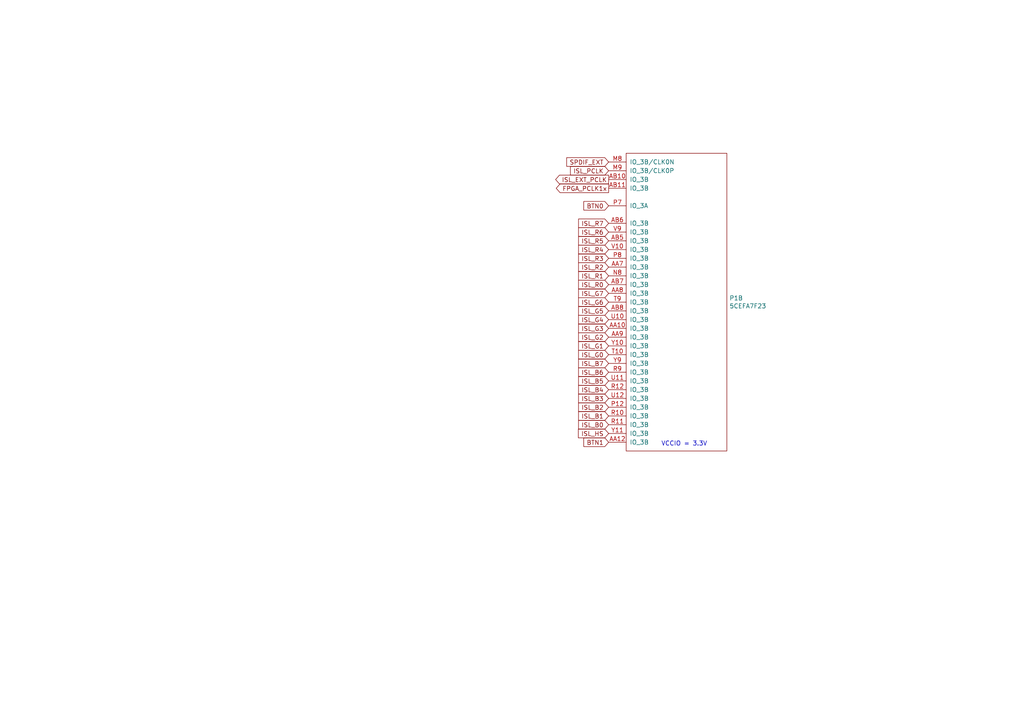
<source format=kicad_sch>
(kicad_sch (version 20211123) (generator eeschema)
  (paper "A4")
  (title_block (title "OSSC Pro") (date "2021-06-03") (rev "1.4"))
  (lib_symbols
    (symbol "custom_components:5CEFA5F23" (pin_names (offset 1.016))
      (property "Reference" "P" (at 0 66.04 0))
      (property "Value" "5CEFA5F23" (at 0 0 0))
      (symbol "5CEFA5F23_1_1"
        (rectangle (start -25.4 64.77) (end 25.4 -60.96))
        (pin power_in line (at 30.48 52.07 180) (length 5.08) (name "VCCIO7A") (number "A16"))
        (pin power_in line (at -30.48 -16.51 0) (length 5.08) (name "VCCBAT") (number "A3"))
        (pin power_in line (at 30.48 54.61 180) (length 5.08) (name "VCCIO8A") (number "A6"))
        (pin power_in line (at 30.48 8.89 180) (length 5.08) (name "VCCIO4A") (number "AA16"))
        (pin power_in line (at 30.48 6.35 180) (length 5.08) (name "VCCIO4A") (number "AA21"))
        (pin power_in line (at 30.48 29.21 180) (length 5.08) (name "VCCIO7A") (number "B19"))
        (pin power_in line (at -30.48 -57.15 0) (length 5.08) (name "VCCPD7A8A") (number "C10"))
        (pin power_in line (at 30.48 49.53 180) (length 5.08) (name "VCCIO7A") (number "C12"))
        (pin power_in line (at 30.48 46.99 180) (length 5.08) (name "VCCIO7A") (number "C22"))
        (pin power_in line (at 30.48 62.23 180) (length 5.08) (name "VCCIO8A") (number "C7"))
        (pin power_in line (at 30.48 -24.13 180) (length 5.08) (name "VCC_AUX") (number "D11"))
        (pin power_in line (at -30.48 -52.07 0) (length 5.08) (name "VCCPD7A8A") (number "D14"))
        (pin power_in line (at 30.48 44.45 180) (length 5.08) (name "VCCIO7A") (number "D15"))
        (pin power_in line (at -30.48 -49.53 0) (length 5.08) (name "VCCPD7A8A") (number "D16"))
        (pin power_in line (at 30.48 -34.29 180) (length 5.08) (name "VCC_AUX") (number "D18"))
        (pin power_in line (at -30.48 -54.61 0) (length 5.08) (name "VCCPD7A8A") (number "D8"))
        (pin power_in line (at -30.48 -46.99 0) (length 5.08) (name "VCCPD7A8A") (number "E11"))
        (pin power_in line (at 30.48 41.91 180) (length 5.08) (name "VCCIO7A") (number "E18"))
        (pin power_in line (at 30.48 -36.83 180) (length 5.08) (name "VCC_AUX") (number "E6"))
        (pin power_in line (at 30.48 59.69 180) (length 5.08) (name "VCCIO8A") (number "E8"))
        (pin power_in line (at 30.48 39.37 180) (length 5.08) (name "VCCIO7A") (number "F11"))
        (pin power_in line (at 30.48 36.83 180) (length 5.08) (name "VCCIO7A") (number "F21"))
        (pin power_in line (at 30.48 -52.07 180) (length 5.08) (name "VCCA_FPLL") (number "F4"))
        (pin power_in line (at -30.48 -11.43 0) (length 5.08) (name "VCCPGM") (number "F8"))
        (pin power_in line (at 30.48 34.29 180) (length 5.08) (name "VCCIO7A") (number "G14"))
        (pin power_in line (at 30.48 57.15 180) (length 5.08) (name "VCCIO8A") (number "G7"))
        (pin power_in line (at 30.48 31.75 180) (length 5.08) (name "VCCIO7A") (number "H17"))
        (pin power_in line (at 30.48 -46.99 180) (length 5.08) (name "VCCA_FPLL") (number "H19"))
        (pin power_in line (at -30.48 13.97 0) (length 5.08) (name "VCC") (number "J10"))
        (pin power_in line (at -30.48 16.51 0) (length 5.08) (name "VCC") (number "J12"))
        (pin power_in line (at -30.48 19.05 0) (length 5.08) (name "VCC") (number "J14"))
        (pin power_in line (at -30.48 21.59 0) (length 5.08) (name "VCC") (number "J16"))
        (pin power_in line (at -30.48 -1.27 0) (length 5.08) (name "VCC") (number "J4"))
        (pin power_in line (at -30.48 24.13 0) (length 5.08) (name "VCC") (number "K11"))
        (pin power_in line (at -30.48 26.67 0) (length 5.08) (name "VCC") (number "K13"))
        (pin power_in line (at -30.48 29.21 0) (length 5.08) (name "VCC") (number "K15"))
        (pin power_in line (at 30.48 26.67 180) (length 5.08) (name "VCCIO5B") (number "K18"))
        (pin power_in line (at -30.48 8.89 0) (length 5.08) (name "VCC") (number "K3"))
        (pin power_in line (at -30.48 1.27 0) (length 5.08) (name "VCC") (number "K5"))
        (pin power_in line (at -30.48 31.75 0) (length 5.08) (name "VCC") (number "L10"))
        (pin power_in line (at -30.48 34.29 0) (length 5.08) (name "VCC") (number "L12"))
        (pin power_in line (at -30.48 36.83 0) (length 5.08) (name "VCC") (number "L14"))
        (pin power_in line (at -30.48 39.37 0) (length 5.08) (name "VCC") (number "L16"))
        (pin power_in line (at -30.48 6.35 0) (length 5.08) (name "VCC") (number "L4"))
        (pin power_in line (at -30.48 41.91 0) (length 5.08) (name "VCC") (number "M11"))
        (pin power_in line (at -30.48 44.45 0) (length 5.08) (name "VCC") (number "M13"))
        (pin power_in line (at -30.48 46.99 0) (length 5.08) (name "VCC") (number "M15"))
        (pin power_in line (at -30.48 -44.45 0) (length 5.08) (name "VCCPD5B") (number "M17"))
        (pin power_in line (at 30.48 24.13 180) (length 5.08) (name "VCCIO5B") (number "M19"))
        (pin power_in line (at 30.48 -44.45 180) (length 5.08) (name "VCCA_FPLL") (number "M3"))
        (pin power_in line (at -30.48 49.53 0) (length 5.08) (name "VCC") (number "N10"))
        (pin power_in line (at -30.48 52.07 0) (length 5.08) (name "VCC") (number "N12"))
        (pin power_in line (at -30.48 54.61 0) (length 5.08) (name "VCC") (number "N14"))
        (pin power_in line (at -30.48 -41.91 0) (length 5.08) (name "VCCPD5B") (number "N18"))
        (pin power_in line (at -30.48 3.81 0) (length 5.08) (name "VCC") (number "N4"))
        (pin power_in line (at -30.48 57.15 0) (length 5.08) (name "VCC") (number "P11"))
        (pin power_in line (at -30.48 59.69 0) (length 5.08) (name "VCC") (number "P13"))
        (pin power_in line (at -30.48 62.23 0) (length 5.08) (name "VCC") (number "P15"))
        (pin power_in line (at 30.48 21.59 180) (length 5.08) (name "VCCIO5A") (number "P20"))
        (pin power_in line (at -30.48 -39.37 0) (length 5.08) (name "VCCPD5A") (number "P21"))
        (pin power_in line (at -30.48 11.43 0) (length 5.08) (name "VCC") (number "P3"))
        (pin power_in line (at 30.48 19.05 180) (length 5.08) (name "VCCIO5A") (number "R18"))
        (pin power_in line (at -30.48 -8.89 0) (length 5.08) (name "VCCPGM") (number "R19"))
        (pin power_in line (at 30.48 1.27 180) (length 5.08) (name "VCCIO3B") (number "R8"))
        (pin power_in line (at 30.48 -1.27 180) (length 5.08) (name "VCCIO3B") (number "T11"))
        (pin power_in line (at 30.48 -41.91 180) (length 5.08) (name "VCCA_FPLL") (number "T3"))
        (pin power_in line (at 30.48 -54.61 180) (length 5.08) (name "VCCA_FPLL") (number "T5"))
        (pin power_in line (at 30.48 -11.43 180) (length 5.08) (name "VCCIO3A") (number "T6"))
        (pin power_in line (at 30.48 16.51 180) (length 5.08) (name "VCCIO4A") (number "U14"))
        (pin power_in line (at 30.48 -49.53 180) (length 5.08) (name "VCCA_FPLL") (number "U18"))
        (pin power_in line (at 30.48 3.81 180) (length 5.08) (name "VCCIO4A") (number "U19"))
        (pin power_in line (at -30.48 -6.35 0) (length 5.08) (name "VCCPGM") (number "V8"))
        (pin power_in line (at 30.48 -3.81 180) (length 5.08) (name "VCCIO3B") (number "W10"))
        (pin power_in line (at -30.48 -36.83 0) (length 5.08) (name "VCCPD3B4A") (number "W11"))
        (pin power_in line (at -30.48 -34.29 0) (length 5.08) (name "VCCPD3B4A") (number "W12"))
        (pin power_in line (at 30.48 -29.21 180) (length 5.08) (name "VCC_AUX") (number "W13"))
        (pin power_in line (at -30.48 -31.75 0) (length 5.08) (name "VCCPD3B4A") (number "W14"))
        (pin power_in line (at 30.48 13.97 180) (length 5.08) (name "VCCIO4A") (number "W15"))
        (pin power_in line (at -30.48 -29.21 0) (length 5.08) (name "VCCPD3B4A") (number "W17"))
        (pin power_in line (at 30.48 -31.75 180) (length 5.08) (name "VCC_AUX") (number "W18"))
        (pin power_in line (at 30.48 11.43 180) (length 5.08) (name "VCCIO4A") (number "W20"))
        (pin power_in line (at -30.48 -26.67 0) (length 5.08) (name "VCCPD3A") (number "W6"))
        (pin power_in line (at 30.48 -26.67 180) (length 5.08) (name "VCC_AUX") (number "W7"))
        (pin power_in line (at 30.48 -6.35 180) (length 5.08) (name "VCCIO3B") (number "Y13"))
        (pin power_in line (at 30.48 -8.89 180) (length 5.08) (name "VCCIO3A") (number "Y8"))
      )
      (symbol "5CEFA5F23_2_1"
        (rectangle (start -15.24 44.45) (end 13.97 -41.91))
        (pin tri_state line (at -20.32 -6.35 0) (length 5.08) (name "IO_3B") (number "AA10"))
        (pin tri_state line (at -20.32 -39.37 0) (length 5.08) (name "IO_3B") (number "AA12"))
        (pin tri_state line (at -20.32 11.43 0) (length 5.08) (name "IO_3B") (number "AA7"))
        (pin tri_state line (at -20.32 3.81 0) (length 5.08) (name "IO_3B") (number "AA8"))
        (pin tri_state line (at -20.32 -8.89 0) (length 5.08) (name "IO_3B") (number "AA9"))
        (pin tri_state line (at -20.32 36.83 0) (length 5.08) (name "IO_3B") (number "AB10"))
        (pin tri_state line (at -20.32 34.29 0) (length 5.08) (name "IO_3B") (number "AB11"))
        (pin tri_state line (at -20.32 19.05 0) (length 5.08) (name "IO_3B") (number "AB5"))
        (pin tri_state line (at -20.32 24.13 0) (length 5.08) (name "IO_3B") (number "AB6"))
        (pin tri_state line (at -20.32 6.35 0) (length 5.08) (name "IO_3B") (number "AB7"))
        (pin tri_state line (at -20.32 -1.27 0) (length 5.08) (name "IO_3B") (number "AB8"))
        (pin tri_state line (at -20.32 41.91 0) (length 5.08) (name "IO_3B/CLK0N") (number "M8"))
        (pin tri_state line (at -20.32 39.37 0) (length 5.08) (name "IO_3B/CLK0P") (number "M9"))
        (pin tri_state line (at -20.32 8.89 0) (length 5.08) (name "IO_3B") (number "N8"))
        (pin tri_state line (at -20.32 -29.21 0) (length 5.08) (name "IO_3B") (number "P12"))
        (pin tri_state line (at -20.32 29.21 0) (length 5.08) (name "IO_3A") (number "P7"))
        (pin tri_state line (at -20.32 13.97 0) (length 5.08) (name "IO_3B") (number "P8"))
        (pin tri_state line (at -20.32 -31.75 0) (length 5.08) (name "IO_3B") (number "R10"))
        (pin tri_state line (at -20.32 -34.29 0) (length 5.08) (name "IO_3B") (number "R11"))
        (pin tri_state line (at -20.32 -24.13 0) (length 5.08) (name "IO_3B") (number "R12"))
        (pin tri_state line (at -20.32 -19.05 0) (length 5.08) (name "IO_3B") (number "R9"))
        (pin tri_state line (at -20.32 -13.97 0) (length 5.08) (name "IO_3B") (number "T10"))
        (pin tri_state line (at -20.32 1.27 0) (length 5.08) (name "IO_3B") (number "T9"))
        (pin tri_state line (at -20.32 -3.81 0) (length 5.08) (name "IO_3B") (number "U10"))
        (pin tri_state line (at -20.32 -21.59 0) (length 5.08) (name "IO_3B") (number "U11"))
        (pin tri_state line (at -20.32 -26.67 0) (length 5.08) (name "IO_3B") (number "U12"))
        (pin tri_state line (at -20.32 16.51 0) (length 5.08) (name "IO_3B") (number "V10"))
        (pin tri_state line (at -20.32 21.59 0) (length 5.08) (name "IO_3B") (number "V9"))
        (pin tri_state line (at -20.32 -11.43 0) (length 5.08) (name "IO_3B") (number "Y10"))
        (pin tri_state line (at -20.32 -36.83 0) (length 5.08) (name "IO_3B") (number "Y11"))
        (pin tri_state line (at -20.32 -16.51 0) (length 5.08) (name "IO_3B") (number "Y9"))
      )
      (symbol "5CEFA5F23_3_1"
        (rectangle (start -13.97 57.15) (end 11.43 -54.61))
        (pin tri_state line (at -19.05 39.37 0) (length 5.08) (name "IO_4A") (number "AA13"))
        (pin tri_state line (at -19.05 44.45 0) (length 5.08) (name "IO_4A") (number "AA14"))
        (pin tri_state line (at -19.05 31.75 0) (length 5.08) (name "IO_4A") (number "AA15"))
        (pin tri_state line (at -19.05 8.89 0) (length 5.08) (name "IO_4A") (number "AA17"))
        (pin tri_state line (at -19.05 3.81 0) (length 5.08) (name "IO_4A") (number "AA18"))
        (pin tri_state line (at -19.05 1.27 0) (length 5.08) (name "IO_4A") (number "AA19"))
        (pin tri_state line (at -19.05 -3.81 0) (length 5.08) (name "IO_4A") (number "AA20"))
        (pin tri_state line (at -19.05 -11.43 0) (length 5.08) (name "IO_4A") (number "AA22"))
        (pin tri_state line (at -19.05 52.07 0) (length 5.08) (name "IO_4A") (number "AB12"))
        (pin tri_state line (at -19.05 36.83 0) (length 5.08) (name "IO_4A") (number "AB15"))
        (pin tri_state line (at -19.05 26.67 0) (length 5.08) (name "IO_4A") (number "AB17"))
        (pin tri_state line (at -19.05 24.13 0) (length 5.08) (name "IO_4A") (number "AB18"))
        (pin tri_state line (at -19.05 21.59 0) (length 5.08) (name "IO_4A") (number "AB20"))
        (pin tri_state line (at -19.05 16.51 0) (length 5.08) (name "IO_4A") (number "AB21"))
        (pin tri_state line (at -19.05 -8.89 0) (length 5.08) (name "IO_4A") (number "AB22"))
        (pin tri_state line (at -19.05 -24.13 0) (length 5.08) (name "IO_4A") (number "P14"))
        (pin tri_state line (at -19.05 -29.21 0) (length 5.08) (name "IO_4A") (number "R14"))
        (pin tri_state line (at -19.05 46.99 0) (length 5.08) (name "IO_4A") (number "T12"))
        (pin tri_state line (at -19.05 41.91 0) (length 5.08) (name "IO_4A") (number "T13"))
        (pin tri_state line (at -19.05 11.43 0) (length 5.08) (name "IO_4A") (number "T14"))
        (pin tri_state line (at -19.05 49.53 0) (length 5.08) (name "IO_4A") (number "U13"))
        (pin tri_state line (at -19.05 6.35 0) (length 5.08) (name "IO_4A") (number "U15"))
        (pin tri_state line (at -19.05 -44.45 0) (length 5.08) (name "IO_4A") (number "U16"))
        (pin tri_state line (at -19.05 -49.53 0) (length 5.08) (name "IO_4A") (number "U17"))
        (pin tri_state line (at -19.05 -52.07 0) (length 5.08) (name "IO_4A") (number "U20"))
        (pin tri_state line (at -19.05 -46.99 0) (length 5.08) (name "IO_4A") (number "U21"))
        (pin tri_state line (at -19.05 -34.29 0) (length 5.08) (name "IO_4A") (number "U22"))
        (pin tri_state line (at -19.05 54.61 0) (length 5.08) (name "IO_4A") (number "V13"))
        (pin tri_state line (at -19.05 -41.91 0) (length 5.08) (name "IO_4A") (number "V18"))
        (pin tri_state line (at -19.05 -36.83 0) (length 5.08) (name "IO_4A") (number "V19"))
        (pin tri_state line (at -19.05 -1.27 0) (length 5.08) (name "IO_4A") (number "V20"))
        (pin tri_state line (at -19.05 -39.37 0) (length 5.08) (name "IO_4A") (number "V21"))
        (pin tri_state line (at -19.05 -6.35 0) (length 5.08) (name "IO_4A") (number "W19"))
        (pin tri_state line (at -19.05 -31.75 0) (length 5.08) (name "IO_4A") (number "W21"))
        (pin tri_state line (at -19.05 -19.05 0) (length 5.08) (name "IO_4A") (number "W22"))
        (pin tri_state line (at -19.05 34.29 0) (length 5.08) (name "IO_4A") (number "Y14"))
        (pin tri_state line (at -19.05 29.21 0) (length 5.08) (name "IO_4A") (number "Y15"))
        (pin tri_state line (at -19.05 19.05 0) (length 5.08) (name "IO_4A") (number "Y16"))
        (pin tri_state line (at -19.05 13.97 0) (length 5.08) (name "IO_4A") (number "Y17"))
        (pin tri_state line (at -19.05 -21.59 0) (length 5.08) (name "IO_4A") (number "Y19"))
        (pin tri_state line (at -19.05 -16.51 0) (length 5.08) (name "IO_4A") (number "Y20"))
        (pin tri_state line (at -19.05 -26.67 0) (length 5.08) (name "IO_4A") (number "Y21"))
        (pin tri_state line (at -19.05 -13.97 0) (length 5.08) (name "IO_4A") (number "Y22"))
      )
      (symbol "5CEFA5F23_4_1"
        (rectangle (start -21.59 30.48) (end 22.86 -33.02))
        (pin tri_state line (at -26.67 -12.7 0) (length 5.08) (name "IO_5B") (number "K17"))
        (pin tri_state line (at -26.67 -25.4 0) (length 5.08) (name "IO_5B") (number "K21"))
        (pin tri_state line (at -26.67 -30.48 0) (length 5.08) (name "IO_5B") (number "K22"))
        (pin tri_state line (at -26.67 -17.78 0) (length 5.08) (name "IO_5B") (number "L17"))
        (pin tri_state line (at -26.67 -27.94 0) (length 5.08) (name "IO_5B") (number "L18"))
        (pin tri_state line (at -26.67 -22.86 0) (length 5.08) (name "IO_5B") (number "L19"))
        (pin tri_state line (at -26.67 25.4 0) (length 5.08) (name "IO_5B") (number "L22"))
        (pin tri_state line (at -26.67 -10.16 0) (length 5.08) (name "IO_5B") (number "M18"))
        (pin tri_state line (at -26.67 -15.24 0) (length 5.08) (name "IO_5B") (number "M20"))
        (pin tri_state line (at -26.67 -20.32 0) (length 5.08) (name "IO_5B") (number "M21"))
        (pin tri_state line (at -26.67 27.94 0) (length 5.08) (name "IO_5B") (number "M22"))
        (pin tri_state line (at -26.67 -7.62 0) (length 5.08) (name "IO_5B") (number "N19"))
        (pin tri_state line (at -26.67 -2.54 0) (length 5.08) (name "IO_5B") (number "N20"))
        (pin tri_state line (at -26.67 -5.08 0) (length 5.08) (name "IO_5B") (number "N21"))
        (pin tri_state line (at -26.67 7.62 0) (length 5.08) (name "IO_5A") (number "P16"))
        (pin tri_state line (at -26.67 2.54 0) (length 5.08) (name "IO_5A") (number "P17"))
        (pin tri_state line (at -26.67 5.08 0) (length 5.08) (name "IO_5A") (number "P18"))
        (pin tri_state line (at -26.67 10.16 0) (length 5.08) (name "IO_5A") (number "P19"))
        (pin tri_state line (at -26.67 17.78 0) (length 5.08) (name "IO_5A") (number "R15"))
        (pin tri_state line (at -26.67 15.24 0) (length 5.08) (name "IO_5A") (number "R16"))
        (pin tri_state line (at -26.67 12.7 0) (length 5.08) (name "IO_5A") (number "R17"))
        (pin tri_state line (at -26.67 20.32 0) (length 5.08) (name "IO_5A") (number "T15"))
      )
      (symbol "5CEFA5F23_5_1"
        (rectangle (start -24.13 48.26) (end 22.86 -50.8))
        (pin tri_state line (at 27.94 27.94 180) (length 5.08) (name "IO_7A") (number "A12"))
        (pin tri_state line (at 27.94 2.54 180) (length 5.08) (name "IO_7A") (number "A13"))
        (pin tri_state line (at 27.94 -22.86 180) (length 5.08) (name "IO_7A") (number "A14"))
        (pin tri_state line (at 27.94 -27.94 180) (length 5.08) (name "IO_7A") (number "A15"))
        (pin tri_state line (at -29.21 -30.48 0) (length 5.08) (name "IO_7A") (number "A17"))
        (pin tri_state line (at -29.21 -25.4 0) (length 5.08) (name "IO_7A") (number "A18"))
        (pin tri_state line (at -29.21 -33.02 0) (length 5.08) (name "IO_7A") (number "A19"))
        (pin tri_state line (at -29.21 -27.94 0) (length 5.08) (name "IO_7A") (number "A20"))
        (pin tri_state line (at -29.21 -12.7 0) (length 5.08) (name "IO_7A") (number "A22"))
        (pin tri_state line (at 27.94 22.86 180) (length 5.08) (name "IO_7A") (number "B12"))
        (pin tri_state line (at 27.94 -2.54 180) (length 5.08) (name "IO_7A") (number "B13"))
        (pin tri_state line (at 27.94 -10.16 180) (length 5.08) (name "IO_7A") (number "B15"))
        (pin tri_state line (at -29.21 -38.1 0) (length 5.08) (name "IO_7A") (number "B16"))
        (pin tri_state line (at -29.21 17.78 0) (length 5.08) (name "IO_7A") (number "B17"))
        (pin tri_state line (at -29.21 22.86 0) (length 5.08) (name "IO_7A") (number "B18"))
        (pin tri_state line (at -29.21 27.94 0) (length 5.08) (name "IO_7A") (number "B20"))
        (pin tri_state line (at -29.21 10.16 0) (length 5.08) (name "IO_7A") (number "B21"))
        (pin tri_state line (at -29.21 -7.62 0) (length 5.08) (name "IO_7A") (number "B22"))
        (pin tri_state line (at 27.94 43.18 180) (length 5.08) (name "IO_7A") (number "C11"))
        (pin tri_state line (at 27.94 25.4 180) (length 5.08) (name "IO_7A") (number "C13"))
        (pin tri_state line (at 27.94 -15.24 180) (length 5.08) (name "IO_7A") (number "C15"))
        (pin tri_state line (at -29.21 -43.18 0) (length 5.08) (name "IO_7A") (number "C16"))
        (pin tri_state line (at -29.21 -10.16 0) (length 5.08) (name "IO_7A") (number "C18"))
        (pin tri_state line (at -29.21 -5.08 0) (length 5.08) (name "IO_7A") (number "C19"))
        (pin tri_state line (at -29.21 33.02 0) (length 5.08) (name "IO_7A") (number "C20"))
        (pin tri_state line (at -29.21 15.24 0) (length 5.08) (name "IO_7A") (number "C21"))
        (pin tri_state line (at 27.94 40.64 180) (length 5.08) (name "IO_7A") (number "D12"))
        (pin tri_state line (at 27.94 20.32 180) (length 5.08) (name "IO_7A") (number "D13"))
        (pin tri_state line (at -29.21 -45.72 0) (length 5.08) (name "IO_7A") (number "D17"))
        (pin tri_state line (at -29.21 30.48 0) (length 5.08) (name "IO_7A") (number "D19"))
        (pin tri_state line (at -29.21 38.1 0) (length 5.08) (name "IO_7A") (number "D21"))
        (pin tri_state line (at -29.21 -2.54 0) (length 5.08) (name "IO_7A") (number "D22"))
        (pin tri_state line (at 27.94 45.72 180) (length 5.08) (name "IO_7A") (number "E12"))
        (pin tri_state line (at 27.94 5.08 180) (length 5.08) (name "IO_7A") (number "E14"))
        (pin tri_state line (at 27.94 -30.48 180) (length 5.08) (name "IO_7A") (number "E15"))
        (pin tri_state line (at 27.94 -45.72 180) (length 5.08) (name "IO_7A") (number "E16"))
        (pin tri_state line (at -29.21 35.56 0) (length 5.08) (name "IO_7A") (number "E19"))
        (pin tri_state line (at -29.21 -17.78 0) (length 5.08) (name "IO_7A") (number "E20"))
        (pin tri_state line (at -29.21 43.18 0) (length 5.08) (name "IO_7A") (number "E21"))
        (pin tri_state line (at -29.21 2.54 0) (length 5.08) (name "IO_7A") (number "E22"))
        (pin tri_state line (at 27.94 17.78 180) (length 5.08) (name "IO_7A") (number "F12"))
        (pin tri_state line (at 27.94 10.16 180) (length 5.08) (name "IO_7A") (number "F13"))
        (pin tri_state line (at 27.94 -7.62 180) (length 5.08) (name "IO_7A") (number "F14"))
        (pin tri_state line (at 27.94 -25.4 180) (length 5.08) (name "IO_7A") (number "F15"))
        (pin tri_state line (at -29.21 -20.32 0) (length 5.08) (name "IO_7A") (number "F18"))
        (pin tri_state line (at -29.21 -15.24 0) (length 5.08) (name "IO_7A") (number "F19"))
        (pin tri_state line (at -29.21 -22.86 0) (length 5.08) (name "IO_7A") (number "F20"))
        (pin tri_state line (at -29.21 7.62 0) (length 5.08) (name "IO_7A") (number "F22"))
        (pin tri_state line (at 27.94 15.24 180) (length 5.08) (name "IO_7A") (number "G11"))
        (pin tri_state line (at 27.94 35.56 180) (length 5.08) (name "IO_7A") (number "G12"))
        (pin tri_state line (at 27.94 -12.7 180) (length 5.08) (name "IO_7A") (number "G15"))
        (pin tri_state line (at 27.94 -43.18 180) (length 5.08) (name "IO_7A") (number "G16"))
        (pin tri_state line (at -29.21 -48.26 0) (length 5.08) (name "IO_7A") (number "G17"))
        (pin tri_state line (at 27.94 -40.64 180) (length 5.08) (name "IO_7A") (number "G18"))
        (pin tri_state line (at -29.21 5.08 0) (length 5.08) (name "IO_7A") (number "G20"))
        (pin tri_state line (at -29.21 40.64 0) (length 5.08) (name "IO_7A") (number "G21"))
        (pin tri_state line (at -29.21 12.7 0) (length 5.08) (name "IO_7A") (number "G22"))
        (pin tri_state line (at 27.94 12.7 180) (length 5.08) (name "IO_7A") (number "H10"))
        (pin tri_state line (at 27.94 30.48 180) (length 5.08) (name "IO_7A") (number "H11"))
        (pin tri_state line (at 27.94 -5.08 180) (length 5.08) (name "IO_7A") (number "H14"))
        (pin tri_state line (at 27.94 -35.56 180) (length 5.08) (name "IO_7A") (number "H18"))
        (pin tri_state line (at -29.21 0 0) (length 5.08) (name "IO_7A") (number "H20"))
        (pin tri_state line (at -29.21 45.72 0) (length 5.08) (name "IO_7A") (number "H21"))
        (pin tri_state line (at 27.94 7.62 180) (length 5.08) (name "IO_7A") (number "J11"))
        (pin tri_state line (at 27.94 0 180) (length 5.08) (name "IO_7A") (number "J13"))
        (pin tri_state line (at 27.94 -20.32 180) (length 5.08) (name "IO_7A") (number "J17"))
        (pin tri_state line (at 27.94 -33.02 180) (length 5.08) (name "IO_7A") (number "J18"))
        (pin tri_state line (at 27.94 -38.1 180) (length 5.08) (name "IO_7A") (number "J19"))
        (pin tri_state line (at -29.21 25.4 0) (length 5.08) (name "IO_7A") (number "J21"))
        (pin tri_state line (at -29.21 20.32 0) (length 5.08) (name "IO_7A") (number "J22"))
        (pin tri_state line (at 27.94 -17.78 180) (length 5.08) (name "IO_7A") (number "K16"))
        (pin tri_state line (at -29.21 -40.64 0) (length 5.08) (name "IO_7A") (number "K19"))
        (pin tri_state line (at -29.21 -35.56 0) (length 5.08) (name "IO_7A") (number "K20"))
        (pin tri_state line (at 27.94 38.1 180) (length 5.08) (name "IO_7A") (number "K9"))
        (pin tri_state line (at 27.94 33.02 180) (length 5.08) (name "IO_7A") (number "L8"))
      )
      (symbol "5CEFA5F23_6_1"
        (rectangle (start -20.32 24.13) (end 20.32 -24.13))
        (pin tri_state line (at -25.4 -3.81 0) (length 5.08) (name "IO_8A") (number "A10"))
        (pin tri_state line (at -25.4 -13.97 0) (length 5.08) (name "IO_8A") (number "A5"))
        (pin tri_state line (at 25.4 -13.97 180) (length 5.08) (name "IO_8A") (number "A7"))
        (pin tri_state line (at 25.4 -19.05 180) (length 5.08) (name "IO_8A") (number "A8"))
        (pin tri_state line (at -25.4 -8.89 0) (length 5.08) (name "IO_8A") (number "A9"))
        (pin tri_state line (at -25.4 -11.43 0) (length 5.08) (name "IO_8A") (number "B10"))
        (pin tri_state line (at -25.4 -19.05 0) (length 5.08) (name "IO_8A") (number "B5"))
        (pin tri_state line (at -25.4 -21.59 0) (length 5.08) (name "IO_8A") (number "B6"))
        (pin tri_state line (at 25.4 -21.59 180) (length 5.08) (name "IO_8A") (number "B7"))
        (pin tri_state line (at 25.4 -16.51 180) (length 5.08) (name "IO_8A") (number "C6"))
        (pin tri_state line (at 25.4 -1.27 180) (length 5.08) (name "IO_8A") (number "C8"))
        (pin tri_state line (at -25.4 -16.51 0) (length 5.08) (name "IO_8A") (number "C9"))
        (pin tri_state line (at 25.4 -11.43 180) (length 5.08) (name "IO_8A") (number "D6"))
        (pin tri_state line (at 25.4 -6.35 180) (length 5.08) (name "IO_8A") (number "D7"))
        (pin tri_state line (at 25.4 -3.81 180) (length 5.08) (name "IO_8A") (number "D9"))
        (pin tri_state line (at -25.4 16.51 0) (length 5.08) (name "IO_8A/CLK8P") (number "E10"))
        (pin tri_state line (at 25.4 8.89 180) (length 5.08) (name "IO_8A") (number "E7"))
        (pin tri_state line (at 25.4 -8.89 180) (length 5.08) (name "IO_8A") (number "E9"))
        (pin tri_state line (at 25.4 3.81 180) (length 5.08) (name "IO_8A") (number "F7"))
        (pin tri_state line (at -25.4 13.97 0) (length 5.08) (name "IO_8A/CLK8N") (number "F9"))
        (pin tri_state line (at 25.4 1.27 180) (length 5.08) (name "IO_8A") (number "G6"))
        (pin tri_state line (at -25.4 19.05 0) (length 5.08) (name "IO_8A") (number "G8"))
        (pin tri_state line (at 25.4 6.35 180) (length 5.08) (name "IO_8A") (number "H6"))
        (pin tri_state line (at -25.4 21.59 0) (length 5.08) (name "IO_8A") (number "H8"))
        (pin tri_state line (at -25.4 -6.35 0) (length 5.08) (name "IO_8A") (number "H9"))
        (pin tri_state line (at -25.4 3.81 0) (length 5.08) (name "IO_8A") (number "J7"))
        (pin tri_state line (at -25.4 1.27 0) (length 5.08) (name "IO_8A") (number "J8"))
        (pin tri_state line (at -25.4 -1.27 0) (length 5.08) (name "IO_8A") (number "J9"))
        (pin tri_state line (at -25.4 6.35 0) (length 5.08) (name "IO_8A") (number "K7"))
        (pin tri_state line (at -25.4 8.89 0) (length 5.08) (name "IO_8A") (number "L7"))
      )
      (symbol "5CEFA5F23_7_1"
        (rectangle (start -13.97 33.02) (end 13.97 -35.56))
        (pin tri_state line (at -19.05 -7.62 0) (length 5.08) (name "RZQ0") (number "AB13"))
        (pin power_in line (at -19.05 -22.86 0) (length 5.08) (name "VREFB4AN0") (number "AB16"))
        (pin tri_state line (at -19.05 -12.7 0) (length 5.08) (name "RZQ2") (number "B11"))
        (pin power_in line (at -19.05 -33.02 0) (length 5.08) (name "VREFB8AN0") (number "B8"))
        (pin power_in line (at -19.05 -30.48 0) (length 5.08) (name "VREFB7AN0") (number "C14"))
        (pin tri_state line (at -19.05 -2.54 0) (length 5.08) (name "CLK9N") (number "F10"))
        (pin tri_state line (at -19.05 0 0) (length 5.08) (name "CLK9P") (number "G10"))
        (pin tri_state line (at -19.05 2.54 0) (length 5.08) (name "CLK10N") (number "G13"))
        (pin tri_state line (at -19.05 5.08 0) (length 5.08) (name "CLK10P") (number "H13"))
        (pin tri_state line (at -19.05 7.62 0) (length 5.08) (name "CLK11N") (number "H15"))
        (pin tri_state line (at -19.05 10.16 0) (length 5.08) (name "CLK11P") (number "H16"))
        (pin power_in line (at -19.05 -27.94 0) (length 5.08) (name "VREFB5BN0") (number "L20"))
        (pin tri_state line (at -19.05 12.7 0) (length 5.08) (name "CLK6N") (number "M16"))
        (pin tri_state line (at -19.05 15.24 0) (length 5.08) (name "CLK6P") (number "N16"))
        (pin tri_state line (at -19.05 27.94 0) (length 5.08) (name "CLK1P") (number "N9"))
        (pin tri_state line (at -19.05 30.48 0) (length 5.08) (name "CLK1N") (number "P9"))
        (pin power_in line (at -19.05 -25.4 0) (length 5.08) (name "VREFB5AN0") (number "R20"))
        (pin tri_state line (at -19.05 -10.16 0) (length 5.08) (name "RZQ1") (number "T19"))
        (pin tri_state line (at -19.05 25.4 0) (length 5.08) (name "CLK2N") (number "V14"))
        (pin tri_state line (at -19.05 22.86 0) (length 5.08) (name "CLK2P") (number "V15"))
        (pin tri_state line (at -19.05 20.32 0) (length 5.08) (name "CLK3N") (number "V16"))
        (pin tri_state line (at -19.05 17.78 0) (length 5.08) (name "CLK3P") (number "W16"))
        (pin power_in line (at -19.05 -20.32 0) (length 5.08) (name "VREFB3BN0") (number "Y12"))
        (pin power_in line (at -19.05 -17.78 0) (length 5.08) (name "VREFB3AN0") (number "Y7"))
      )
      (symbol "5CEFA5F23_8_1"
        (rectangle (start -15.24 58.42) (end 16.51 -58.42))
        (pin input line (at -20.32 -50.8 0) (length 5.08) (name "MSEL2") (number "A2"))
        (pin input line (at -20.32 -40.64 0) (length 5.08) (name "NCONFIG") (number "A4"))
        (pin tri_state line (at -20.32 50.8 0) (length 5.08) (name "AS_DATA2") (number "AA5"))
        (pin tri_state line (at -20.32 48.26 0) (length 5.08) (name "AS_DATA1") (number "AB3"))
        (pin tri_state line (at -20.32 45.72 0) (length 5.08) (name "AS_DATA0") (number "AB4"))
        (pin input line (at -20.32 -53.34 0) (length 5.08) (name "MSEL3") (number "E5"))
        (pin input line (at -20.32 -55.88 0) (length 5.08) (name "MSEL4") (number "F3"))
        (pin input line (at -20.32 -38.1 0) (length 5.08) (name "NCE") (number "G5"))
        (pin tri_state line (at -20.32 -35.56 0) (length 5.08) (name "NSTATUS") (number "H5"))
        (pin input line (at -20.32 -48.26 0) (length 5.08) (name "MSEL1") (number "J6"))
        (pin tri_state line (at -20.32 -33.02 0) (length 5.08) (name "CONF_DONE") (number "K6"))
        (pin input line (at -20.32 -45.72 0) (length 5.08) (name "MSEL0") (number "L6"))
        (pin output line (at -20.32 -20.32 0) (length 5.08) (name "TDO") (number "M5"))
        (pin tri_state line (at -20.32 7.62 0) (length 5.08) (name "IO_3A") (number "M6"))
        (pin tri_state line (at -20.32 2.54 0) (length 5.08) (name "IO_3A") (number "M7"))
        (pin tri_state line (at -20.32 25.4 0) (length 5.08) (name "IO_3A") (number "N6"))
        (pin tri_state line (at -20.32 -15.24 0) (length 5.08) (name "IO_5A") (number "P22"))
        (pin input line (at -20.32 -22.86 0) (length 5.08) (name "TMS") (number "P5"))
        (pin tri_state line (at -20.32 30.48 0) (length 5.08) (name "IO_3A") (number "P6"))
        (pin tri_state line (at -20.32 -12.7 0) (length 5.08) (name "IO_5A") (number "R21"))
        (pin tri_state line (at -20.32 -10.16 0) (length 5.08) (name "IO_5A") (number "R22"))
        (pin output line (at -20.32 55.88 0) (length 5.08) (name "NCSO") (number "R4"))
        (pin tri_state line (at -20.32 35.56 0) (length 5.08) (name "IO_3A") (number "R5"))
        (pin tri_state line (at -20.32 40.64 0) (length 5.08) (name "IO_3A") (number "R6"))
        (pin tri_state line (at -20.32 5.08 0) (length 5.08) (name "IO_3A") (number "R7"))
        (pin tri_state line (at -20.32 -5.08 0) (length 5.08) (name "IO_5A") (number "T17"))
        (pin tri_state line (at -20.32 0 0) (length 5.08) (name "IO_5A") (number "T18"))
        (pin tri_state line (at -20.32 -2.54 0) (length 5.08) (name "IO_5A") (number "T20"))
        (pin tri_state line (at -20.32 -7.62 0) (length 5.08) (name "IO_5A") (number "T22"))
        (pin tri_state line (at -20.32 53.34 0) (length 5.08) (name "AS_DATA3") (number "T4"))
        (pin tri_state line (at -20.32 20.32 0) (length 5.08) (name "IO_3A") (number "T7"))
        (pin tri_state line (at -20.32 10.16 0) (length 5.08) (name "IO_3A") (number "T8"))
        (pin tri_state line (at -20.32 17.78 0) (length 5.08) (name "IO_3A") (number "U6"))
        (pin tri_state line (at -20.32 38.1 0) (length 5.08) (name "IO_3A") (number "U7"))
        (pin tri_state line (at -20.32 33.02 0) (length 5.08) (name "IO_3A") (number "U8"))
        (pin output line (at -20.32 -30.48 0) (length 5.08) (name "DCLK") (number "V3"))
        (pin input line (at -20.32 -25.4 0) (length 5.08) (name "TCK") (number "V5"))
        (pin tri_state line (at -20.32 15.24 0) (length 5.08) (name "IO_3A") (number "V6"))
        (pin input line (at -20.32 -27.94 0) (length 5.08) (name "TDI") (number "W5"))
        (pin tri_state line (at -20.32 27.94 0) (length 5.08) (name "IO_3A") (number "W8"))
        (pin tri_state line (at -20.32 22.86 0) (length 5.08) (name "IO_3A") (number "W9"))
      )
      (symbol "5CEFA5F23_9_1"
        (rectangle (start -17.78 43.18) (end 17.78 -43.18))
        (pin input line (at -22.86 -40.64 0) (length 5.08) (name "RREF_TL") (number "A1"))
        (pin no_connect line (at -22.86 40.64 0) (length 5.08) (name "NC") (number "AA1"))
        (pin no_connect line (at -22.86 38.1 0) (length 5.08) (name "NC") (number "AA2"))
        (pin no_connect line (at -22.86 -27.94 0) (length 5.08) (name "DNU") (number "B3"))
        (pin no_connect line (at -22.86 -30.48 0) (length 5.08) (name "DNU") (number "B4"))
        (pin no_connect line (at -22.86 35.56 0) (length 5.08) (name "NC") (number "C1"))
        (pin no_connect line (at -22.86 33.02 0) (length 5.08) (name "NC") (number "C2"))
        (pin no_connect line (at -22.86 30.48 0) (length 5.08) (name "NC") (number "D3"))
        (pin no_connect line (at -22.86 27.94 0) (length 5.08) (name "NC") (number "D4"))
        (pin no_connect line (at -22.86 25.4 0) (length 5.08) (name "NC") (number "E1"))
        (pin no_connect line (at -22.86 -33.02 0) (length 5.08) (name "DNU") (number "E17"))
        (pin no_connect line (at -22.86 22.86 0) (length 5.08) (name "NC") (number "E2"))
        (pin no_connect line (at -22.86 20.32 0) (length 5.08) (name "NC") (number "G1"))
        (pin no_connect line (at -22.86 17.78 0) (length 5.08) (name "NC") (number "G2"))
        (pin no_connect line (at -22.86 15.24 0) (length 5.08) (name "NC") (number "J1"))
        (pin no_connect line (at -22.86 12.7 0) (length 5.08) (name "NC") (number "J2"))
        (pin no_connect line (at -22.86 10.16 0) (length 5.08) (name "NC") (number "L1"))
        (pin no_connect line (at -22.86 7.62 0) (length 5.08) (name "NC") (number "L2"))
        (pin no_connect line (at -22.86 -35.56 0) (length 5.08) (name "DNU") (number "L9"))
        (pin no_connect line (at -22.86 5.08 0) (length 5.08) (name "NC") (number "N1"))
        (pin no_connect line (at -22.86 2.54 0) (length 5.08) (name "NC") (number "N2"))
        (pin no_connect line (at -22.86 0 0) (length 5.08) (name "NC") (number "R1"))
        (pin no_connect line (at -22.86 -2.54 0) (length 5.08) (name "NC") (number "R2"))
        (pin no_connect line (at -22.86 -5.08 0) (length 5.08) (name "NC") (number "U1"))
        (pin no_connect line (at -22.86 -7.62 0) (length 5.08) (name "NC") (number "U2"))
        (pin no_connect line (at -22.86 -10.16 0) (length 5.08) (name "NC") (number "V11"))
        (pin no_connect line (at -22.86 -12.7 0) (length 5.08) (name "NC") (number "W1"))
        (pin no_connect line (at -22.86 -15.24 0) (length 5.08) (name "NC") (number "W2"))
        (pin no_connect line (at -22.86 -17.78 0) (length 5.08) (name "NC") (number "Y3"))
        (pin no_connect line (at -22.86 -20.32 0) (length 5.08) (name "NC") (number "Y4"))
        (pin no_connect line (at -22.86 -22.86 0) (length 5.08) (name "NC") (number "Y6"))
      )
      (symbol "5CEFA5F23_10_1"
        (rectangle (start -21.59 64.77) (end 22.86 -67.31))
        (pin power_in line (at -26.67 62.23 0) (length 5.08) (name "GND") (number "A11"))
        (pin power_in line (at -26.67 59.69 0) (length 5.08) (name "GND") (number "A21"))
        (pin power_in line (at -26.67 57.15 0) (length 5.08) (name "GND") (number "AA11"))
        (pin power_in line (at -26.67 54.61 0) (length 5.08) (name "GND") (number "AA3"))
        (pin power_in line (at -26.67 52.07 0) (length 5.08) (name "GND") (number "AA4"))
        (pin power_in line (at -26.67 49.53 0) (length 5.08) (name "GND") (number "AA6"))
        (pin power_in line (at -26.67 46.99 0) (length 5.08) (name "GND") (number "AB1"))
        (pin power_in line (at -26.67 44.45 0) (length 5.08) (name "GND") (number "AB14"))
        (pin power_in line (at -26.67 41.91 0) (length 5.08) (name "GND") (number "AB19"))
        (pin power_in line (at -26.67 39.37 0) (length 5.08) (name "GND") (number "AB2"))
        (pin power_in line (at -26.67 36.83 0) (length 5.08) (name "GND") (number "AB9"))
        (pin power_in line (at -26.67 34.29 0) (length 5.08) (name "GND") (number "B1"))
        (pin power_in line (at -26.67 31.75 0) (length 5.08) (name "GND") (number "B14"))
        (pin power_in line (at -26.67 29.21 0) (length 5.08) (name "GND") (number "B2"))
        (pin power_in line (at -26.67 26.67 0) (length 5.08) (name "GND") (number "B9"))
        (pin power_in line (at -26.67 24.13 0) (length 5.08) (name "GND") (number "C17"))
        (pin power_in line (at -26.67 21.59 0) (length 5.08) (name "GND") (number "C3"))
        (pin power_in line (at -26.67 19.05 0) (length 5.08) (name "GND") (number "C4"))
        (pin power_in line (at -26.67 16.51 0) (length 5.08) (name "GND") (number "C5"))
        (pin power_in line (at -26.67 13.97 0) (length 5.08) (name "GND") (number "D1"))
        (pin power_in line (at -26.67 11.43 0) (length 5.08) (name "GND") (number "D10"))
        (pin power_in line (at -26.67 8.89 0) (length 5.08) (name "GND") (number "D2"))
        (pin power_in line (at -26.67 6.35 0) (length 5.08) (name "GND") (number "D20"))
        (pin power_in line (at -26.67 3.81 0) (length 5.08) (name "GND") (number "D5"))
        (pin power_in line (at -26.67 1.27 0) (length 5.08) (name "GND") (number "E13"))
        (pin power_in line (at -26.67 -1.27 0) (length 5.08) (name "GND") (number "E3"))
        (pin power_in line (at -26.67 -3.81 0) (length 5.08) (name "GND") (number "E4"))
        (pin power_in line (at -26.67 -6.35 0) (length 5.08) (name "GND") (number "F1"))
        (pin power_in line (at -26.67 -8.89 0) (length 5.08) (name "GND") (number "F16"))
        (pin power_in line (at -26.67 -11.43 0) (length 5.08) (name "GND") (number "F17"))
        (pin power_in line (at -26.67 -13.97 0) (length 5.08) (name "GND") (number "F2"))
        (pin power_in line (at -26.67 -16.51 0) (length 5.08) (name "GND") (number "F5"))
        (pin power_in line (at -26.67 -19.05 0) (length 5.08) (name "GND") (number "F6"))
        (pin power_in line (at -26.67 -21.59 0) (length 5.08) (name "GND") (number "G19"))
        (pin power_in line (at -26.67 -24.13 0) (length 5.08) (name "GND") (number "G3"))
        (pin power_in line (at -26.67 -26.67 0) (length 5.08) (name "GND") (number "G4"))
        (pin power_in line (at -26.67 -29.21 0) (length 5.08) (name "GND") (number "G9"))
        (pin power_in line (at -26.67 -31.75 0) (length 5.08) (name "GND") (number "H1"))
        (pin power_in line (at -26.67 -34.29 0) (length 5.08) (name "GND") (number "H12"))
        (pin power_in line (at -26.67 -36.83 0) (length 5.08) (name "GND") (number "H2"))
        (pin power_in line (at -26.67 -39.37 0) (length 5.08) (name "GND") (number "H22"))
        (pin power_in line (at -26.67 -41.91 0) (length 5.08) (name "GND") (number "H3"))
        (pin power_in line (at -26.67 -44.45 0) (length 5.08) (name "GND") (number "H4"))
        (pin power_in line (at -26.67 -46.99 0) (length 5.08) (name "GND") (number "H7"))
        (pin power_in line (at -26.67 -49.53 0) (length 5.08) (name "GND") (number "J15"))
        (pin power_in line (at -26.67 -52.07 0) (length 5.08) (name "GND") (number "J20"))
        (pin power_in line (at -26.67 -54.61 0) (length 5.08) (name "GND") (number "J3"))
        (pin power_in line (at -26.67 -57.15 0) (length 5.08) (name "GND") (number "J5"))
        (pin power_in line (at -26.67 -59.69 0) (length 5.08) (name "GND") (number "K1"))
        (pin power_in line (at -26.67 -62.23 0) (length 5.08) (name "GND") (number "K10"))
        (pin power_in line (at -26.67 -64.77 0) (length 5.08) (name "GND") (number "K12"))
        (pin power_in line (at 27.94 -64.77 180) (length 5.08) (name "GND") (number "K14"))
        (pin power_in line (at 27.94 -62.23 180) (length 5.08) (name "GND") (number "K2"))
        (pin power_in line (at 27.94 -59.69 180) (length 5.08) (name "GND") (number "K4"))
        (pin power_in line (at 27.94 -57.15 180) (length 5.08) (name "GND") (number "K8"))
        (pin power_in line (at 27.94 -54.61 180) (length 5.08) (name "GND") (number "L11"))
        (pin power_in line (at 27.94 -52.07 180) (length 5.08) (name "GND") (number "L13"))
        (pin power_in line (at 27.94 -49.53 180) (length 5.08) (name "GND") (number "L15"))
        (pin power_in line (at 27.94 -46.99 180) (length 5.08) (name "GND") (number "L21"))
        (pin power_in line (at 27.94 -44.45 180) (length 5.08) (name "GND") (number "L3"))
        (pin power_in line (at 27.94 -41.91 180) (length 5.08) (name "GND") (number "L5"))
        (pin power_in line (at 27.94 -39.37 180) (length 5.08) (name "GND") (number "M1"))
        (pin power_in line (at 27.94 -36.83 180) (length 5.08) (name "GND") (number "M10"))
        (pin power_in line (at 27.94 -34.29 180) (length 5.08) (name "GND") (number "M12"))
        (pin power_in line (at 27.94 -31.75 180) (length 5.08) (name "GND") (number "M14"))
        (pin power_in line (at 27.94 -29.21 180) (length 5.08) (name "GND") (number "M2"))
        (pin power_in line (at 27.94 -26.67 180) (length 5.08) (name "GND") (number "M4"))
        (pin power_in line (at 27.94 -24.13 180) (length 5.08) (name "GND") (number "N11"))
        (pin power_in line (at 27.94 -21.59 180) (length 5.08) (name "GND") (number "N13"))
        (pin power_in line (at 27.94 -19.05 180) (length 5.08) (name "GND") (number "N15"))
        (pin power_in line (at 27.94 -16.51 180) (length 5.08) (name "GND") (number "N17"))
        (pin power_in line (at 27.94 -13.97 180) (length 5.08) (name "GND") (number "N22"))
        (pin power_in line (at 27.94 -11.43 180) (length 5.08) (name "GND") (number "N3"))
        (pin power_in line (at 27.94 -8.89 180) (length 5.08) (name "GND") (number "N5"))
        (pin power_in line (at 27.94 -6.35 180) (length 5.08) (name "GND") (number "N7"))
        (pin power_in line (at 27.94 -3.81 180) (length 5.08) (name "GND") (number "P1"))
        (pin power_in line (at 27.94 -1.27 180) (length 5.08) (name "GND") (number "P10"))
        (pin power_in line (at 27.94 1.27 180) (length 5.08) (name "GND") (number "P2"))
        (pin power_in line (at 27.94 3.81 180) (length 5.08) (name "GND") (number "P4"))
        (pin power_in line (at 27.94 6.35 180) (length 5.08) (name "GND") (number "R13"))
        (pin power_in line (at 27.94 8.89 180) (length 5.08) (name "GND") (number "R3"))
        (pin power_in line (at 27.94 11.43 180) (length 5.08) (name "GND") (number "T1"))
        (pin power_in line (at 27.94 13.97 180) (length 5.08) (name "GND") (number "T16"))
        (pin power_in line (at 27.94 16.51 180) (length 5.08) (name "GND") (number "T2"))
        (pin power_in line (at 27.94 19.05 180) (length 5.08) (name "GND") (number "T21"))
        (pin power_in line (at 27.94 21.59 180) (length 5.08) (name "GND") (number "U3"))
        (pin power_in line (at 27.94 24.13 180) (length 5.08) (name "GND") (number "U4"))
        (pin power_in line (at 27.94 26.67 180) (length 5.08) (name "GND") (number "U5"))
        (pin power_in line (at 27.94 29.21 180) (length 5.08) (name "GND") (number "U9"))
        (pin power_in line (at 27.94 31.75 180) (length 5.08) (name "GND") (number "V1"))
        (pin power_in line (at 27.94 34.29 180) (length 5.08) (name "GND") (number "V12"))
        (pin power_in line (at 27.94 36.83 180) (length 5.08) (name "GND") (number "V17"))
        (pin power_in line (at 27.94 39.37 180) (length 5.08) (name "GND") (number "V2"))
        (pin power_in line (at 27.94 41.91 180) (length 5.08) (name "GND") (number "V22"))
        (pin power_in line (at 27.94 44.45 180) (length 5.08) (name "GND") (number "V4"))
        (pin power_in line (at 27.94 46.99 180) (length 5.08) (name "GND") (number "V7"))
        (pin power_in line (at 27.94 49.53 180) (length 5.08) (name "GND") (number "W3"))
        (pin power_in line (at 27.94 52.07 180) (length 5.08) (name "GND") (number "W4"))
        (pin power_in line (at 27.94 54.61 180) (length 5.08) (name "GND") (number "Y1"))
        (pin power_in line (at 27.94 57.15 180) (length 5.08) (name "GND") (number "Y18"))
        (pin power_in line (at 27.94 59.69 180) (length 5.08) (name "GND") (number "Y2"))
        (pin power_in line (at 27.94 62.23 180) (length 5.08) (name "GND") (number "Y5"))
      )
    )
  )
  (text "VCCIO = 3.3V" (at 191.77 129.54 0) (effects (font (size 1.27 1.27)) (justify left bottom)))
  (global_label "ISL_G7" (shape input) (at 176.53 85.09 180) (property "Intersheet References" "${INTERSHEET_REFS}" (effects hide)))
  (global_label "ISL_EXT_PCLK" (shape output) (at 176.53 52.07 180) (property "Intersheet References" "${INTERSHEET_REFS}" (effects hide)))
  (global_label "ISL_B0" (shape input) (at 176.53 123.19 180) (property "Intersheet References" "${INTERSHEET_REFS}" (effects hide)))
  (global_label "ISL_G4" (shape input) (at 176.53 92.71 180) (property "Intersheet References" "${INTERSHEET_REFS}" (effects hide)))
  (global_label "BTN1" (shape input) (at 176.53 128.27 180) (property "Intersheet References" "${INTERSHEET_REFS}" (effects hide)))
  (global_label "ISL_G3" (shape input) (at 176.53 95.25 180) (property "Intersheet References" "${INTERSHEET_REFS}" (effects hide)))
  (global_label "ISL_G2" (shape input) (at 176.53 97.79 180) (property "Intersheet References" "${INTERSHEET_REFS}" (effects hide)))
  (global_label "ISL_R2" (shape input) (at 176.53 77.47 180) (property "Intersheet References" "${INTERSHEET_REFS}" (effects hide)))
  (global_label "ISL_G6" (shape input) (at 176.53 87.63 180) (property "Intersheet References" "${INTERSHEET_REFS}" (effects hide)))
  (global_label "ISL_R6" (shape input) (at 176.53 67.31 180) (property "Intersheet References" "${INTERSHEET_REFS}" (effects hide)))
  (global_label "ISL_HS" (shape input) (at 176.53 125.73 180) (property "Intersheet References" "${INTERSHEET_REFS}" (effects hide)))
  (global_label "FPGA_PCLK1x" (shape output) (at 176.53 54.61 180) (property "Intersheet References" "${INTERSHEET_REFS}" (effects hide)))
  (global_label "ISL_PCLK" (shape input) (at 176.53 49.53 180) (property "Intersheet References" "${INTERSHEET_REFS}" (effects hide)))
  (global_label "ISL_B7" (shape input) (at 176.53 105.41 180) (property "Intersheet References" "${INTERSHEET_REFS}" (effects hide)))
  (global_label "ISL_R4" (shape input) (at 176.53 72.39 180) (property "Intersheet References" "${INTERSHEET_REFS}" (effects hide)))
  (global_label "ISL_R0" (shape input) (at 176.53 82.55 180) (property "Intersheet References" "${INTERSHEET_REFS}" (effects hide)))
  (global_label "ISL_B4" (shape input) (at 176.53 113.03 180) (property "Intersheet References" "${INTERSHEET_REFS}" (effects hide)))
  (global_label "ISL_R5" (shape input) (at 176.53 69.85 180) (property "Intersheet References" "${INTERSHEET_REFS}" (effects hide)))
  (global_label "ISL_G5" (shape input) (at 176.53 90.17 180) (property "Intersheet References" "${INTERSHEET_REFS}" (effects hide)))
  (global_label "ISL_B2" (shape input) (at 176.53 118.11 180) (property "Intersheet References" "${INTERSHEET_REFS}" (effects hide)))
  (global_label "ISL_G1" (shape input) (at 176.53 100.33 180) (property "Intersheet References" "${INTERSHEET_REFS}" (effects hide)))
  (global_label "ISL_B6" (shape input) (at 176.53 107.95 180) (property "Intersheet References" "${INTERSHEET_REFS}" (effects hide)))
  (global_label "BTN0" (shape input) (at 176.53 59.69 180) (property "Intersheet References" "${INTERSHEET_REFS}" (effects hide)))
  (global_label "SPDIF_EXT" (shape input) (at 176.53 46.99 180) (property "Intersheet References" "${INTERSHEET_REFS}" (effects hide)))
  (global_label "ISL_R7" (shape input) (at 176.53 64.77 180) (property "Intersheet References" "${INTERSHEET_REFS}" (effects hide)))
  (global_label "ISL_B1" (shape input) (at 176.53 120.65 180) (property "Intersheet References" "${INTERSHEET_REFS}" (effects hide)))
  (global_label "ISL_G0" (shape input) (at 176.53 102.87 180) (property "Intersheet References" "${INTERSHEET_REFS}" (effects hide)))
  (global_label "ISL_B3" (shape input) (at 176.53 115.57 180) (property "Intersheet References" "${INTERSHEET_REFS}" (effects hide)))
  (global_label "ISL_R3" (shape input) (at 176.53 74.93 180) (property "Intersheet References" "${INTERSHEET_REFS}" (effects hide)))
  (global_label "ISL_R1" (shape input) (at 176.53 80.01 180) (property "Intersheet References" "${INTERSHEET_REFS}" (effects hide)))
  (global_label "ISL_B5" (shape input) (at 176.53 110.49 180) (property "Intersheet References" "${INTERSHEET_REFS}" (effects hide)))
  (symbol (lib_id "custom_components:5CEFA5F23") (at 196.85 88.9 0) (unit 2)
    (property "Reference" "P1" (at 211.5312 86.4616 0) (effects (justify left)))
    (property "Value" "5CEFA7F23" (at 211.5312 88.773 0) (effects (justify left)))
    (property "Footprint" "custom_components:5CEFA5F23" (effects hide))
  )
)
</source>
